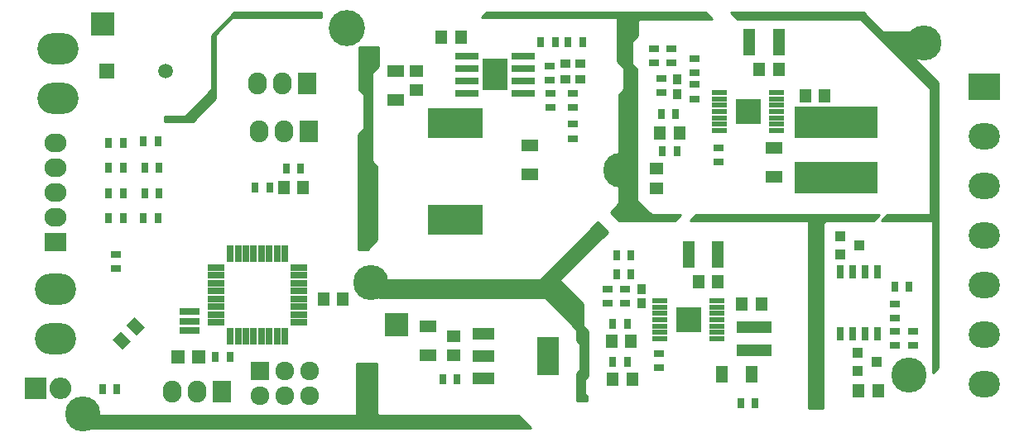
<source format=gts>
G04 #@! TF.FileFunction,Soldermask,Top*
%FSLAX46Y46*%
G04 Gerber Fmt 4.6, Leading zero omitted, Abs format (unit mm)*
G04 Created by KiCad (PCBNEW 0.201511171411+6319~30~ubuntu15.10.1-product) date Fr 04 Dez 2015 11:26:38 CET*
%MOMM*%
G01*
G04 APERTURE LIST*
%ADD10C,0.100000*%
%ADD11R,2.435200X2.435200*%
%ADD12C,3.600000*%
%ADD13C,3.700000*%
%ADD14R,2.000000X0.800000*%
%ADD15R,3.200000X2.700000*%
%ADD16O,3.200000X2.700000*%
%ADD17R,3.600000X1.200000*%
%ADD18R,8.500000X3.200000*%
%ADD19R,1.500000X1.500000*%
%ADD20C,1.500000*%
%ADD21R,1.200000X1.450000*%
%ADD22R,1.800000X1.200000*%
%ADD23R,1.450000X1.200000*%
%ADD24R,1.398880X1.398880*%
%ADD25R,1.800000X0.750000*%
%ADD26R,0.750000X1.800000*%
%ADD27O,4.200000X3.200000*%
%ADD28R,2.232000X2.232000*%
%ADD29O,2.232000X2.232000*%
%ADD30R,2.232000X1.927200*%
%ADD31O,2.232000X1.927200*%
%ADD32R,1.927200X2.232000*%
%ADD33O,1.927200X2.232000*%
%ADD34R,0.700000X1.100000*%
%ADD35R,1.100000X0.700000*%
%ADD36R,2.232000X3.857600*%
%ADD37R,2.232000X1.216000*%
%ADD38R,0.950000X1.000000*%
%ADD39R,1.000000X0.950000*%
%ADD40R,1.200000X1.800000*%
%ADD41R,5.600040X3.100680*%
%ADD42R,1.650000X0.500000*%
%ADD43R,2.510000X2.660000*%
%ADD44R,2.350000X0.708000*%
%ADD45R,2.600000X3.300000*%
%ADD46R,1.200000X2.700000*%
%ADD47R,1.927200X1.927200*%
%ADD48O,1.927200X1.927200*%
%ADD49R,1.000100X1.000100*%
%ADD50R,0.708000X1.343000*%
%ADD51C,0.254000*%
G04 APERTURE END LIST*
D10*
D11*
X131064000Y-39624000D03*
D12*
X158564000Y-66124000D03*
X129064000Y-79624000D03*
X184064000Y-54624000D03*
X215064000Y-41624000D03*
X213564000Y-75624000D03*
D13*
X156064000Y-40124000D03*
D14*
X139954000Y-69154000D03*
X139954000Y-70104000D03*
X139954000Y-71054000D03*
D15*
X221234000Y-46101000D03*
D16*
X221234000Y-51181000D03*
X221234000Y-56261000D03*
X221234000Y-61341000D03*
X221234000Y-66421000D03*
X221234000Y-71501000D03*
X221234000Y-76581000D03*
D17*
X197739000Y-73067000D03*
X197739000Y-70697000D03*
D18*
X206121000Y-55378000D03*
X206121000Y-49778000D03*
D19*
X131488000Y-44450000D03*
D20*
X137488000Y-44450000D03*
D21*
X200263000Y-44323000D03*
X198263000Y-44323000D03*
X204962000Y-46990000D03*
X202962000Y-46990000D03*
D22*
X199771000Y-55348000D03*
X199771000Y-52348000D03*
X161036000Y-44474000D03*
X161036000Y-47474000D03*
D23*
X187706000Y-54499000D03*
X187706000Y-56499000D03*
D21*
X188103000Y-50800000D03*
X190103000Y-50800000D03*
X149622000Y-56388000D03*
X151622000Y-56388000D03*
D23*
X167005000Y-73644000D03*
X167005000Y-71644000D03*
D22*
X164338000Y-73636000D03*
X164338000Y-70636000D03*
D21*
X155686000Y-67818000D03*
X153686000Y-67818000D03*
D10*
G36*
X133112281Y-73018023D02*
X132086977Y-71992719D01*
X132935505Y-71144191D01*
X133960809Y-72169495D01*
X133112281Y-73018023D01*
X133112281Y-73018023D01*
G37*
G36*
X134526495Y-71603809D02*
X133501191Y-70578505D01*
X134349719Y-69729977D01*
X135375023Y-70755281D01*
X134526495Y-71603809D01*
X134526495Y-71603809D01*
G37*
D24*
X140876020Y-73787000D03*
X138777980Y-73787000D03*
D25*
X142689000Y-64637000D03*
X142689000Y-65437000D03*
X142689000Y-66237000D03*
X142689000Y-67037000D03*
X142689000Y-67837000D03*
X142689000Y-68637000D03*
X142689000Y-69437000D03*
X142689000Y-70237000D03*
D26*
X144139000Y-71687000D03*
X144939000Y-71687000D03*
X145739000Y-71687000D03*
X146539000Y-71687000D03*
X147339000Y-71687000D03*
X148139000Y-71687000D03*
X148939000Y-71687000D03*
X149739000Y-71687000D03*
D25*
X151189000Y-70237000D03*
X151189000Y-69437000D03*
X151189000Y-68637000D03*
X151189000Y-67837000D03*
X151189000Y-67037000D03*
X151189000Y-66237000D03*
X151189000Y-65437000D03*
X151189000Y-64637000D03*
D26*
X149739000Y-63187000D03*
X148939000Y-63187000D03*
X148139000Y-63187000D03*
X147339000Y-63187000D03*
X146539000Y-63187000D03*
X145739000Y-63187000D03*
X144939000Y-63187000D03*
X144139000Y-63187000D03*
D27*
X126492000Y-47244000D03*
X126492000Y-42164000D03*
D28*
X124206000Y-76962000D03*
D29*
X126746000Y-76962000D03*
D30*
X126238000Y-61976000D03*
D31*
X126238000Y-59436000D03*
X126238000Y-56896000D03*
X126238000Y-54356000D03*
X126238000Y-51816000D03*
D11*
X161163000Y-70485000D03*
D32*
X152146000Y-50673000D03*
D33*
X149606000Y-50673000D03*
X147066000Y-50673000D03*
D32*
X152019000Y-45720000D03*
D33*
X149479000Y-45720000D03*
X146939000Y-45720000D03*
D27*
X126238000Y-71882000D03*
X126238000Y-66802000D03*
D32*
X143256000Y-77343000D03*
D33*
X140716000Y-77343000D03*
X138176000Y-77343000D03*
D34*
X132576000Y-77089000D03*
X131076000Y-77089000D03*
D35*
X191643000Y-43192000D03*
X191643000Y-44692000D03*
D34*
X189853000Y-52705000D03*
X188353000Y-52705000D03*
X189726000Y-48895000D03*
X188226000Y-48895000D03*
D35*
X188214000Y-46724000D03*
X188214000Y-45224000D03*
X194056000Y-52336000D03*
X194056000Y-53836000D03*
D34*
X133211000Y-51816000D03*
X131711000Y-51816000D03*
X136767000Y-51689000D03*
X135267000Y-51689000D03*
X148197000Y-56388000D03*
X146697000Y-56388000D03*
X133211000Y-54356000D03*
X131711000Y-54356000D03*
X136894000Y-54356000D03*
X135394000Y-54356000D03*
X151372000Y-54483000D03*
X149872000Y-54483000D03*
D35*
X132461000Y-64758000D03*
X132461000Y-63258000D03*
D34*
X133211000Y-57023000D03*
X131711000Y-57023000D03*
X136894000Y-57023000D03*
X135394000Y-57023000D03*
X133211000Y-59563000D03*
X131711000Y-59563000D03*
X136767000Y-59563000D03*
X135267000Y-59563000D03*
D35*
X191643000Y-45859000D03*
X191643000Y-47359000D03*
X187452000Y-43676000D03*
X187452000Y-42176000D03*
D34*
X142633000Y-73787000D03*
X144133000Y-73787000D03*
D36*
X176657000Y-73660000D03*
D37*
X170053000Y-73660000D03*
X170053000Y-75946000D03*
X170053000Y-71374000D03*
D38*
X189865000Y-46851000D03*
X189865000Y-45351000D03*
D23*
X163195000Y-44466000D03*
X163195000Y-46466000D03*
D21*
X167751000Y-41021000D03*
X165751000Y-41021000D03*
D22*
X174752000Y-55094000D03*
X174752000Y-52094000D03*
D39*
X178447000Y-45339000D03*
X179947000Y-45339000D03*
X178447000Y-43688000D03*
X179947000Y-43688000D03*
D21*
X194040000Y-66040000D03*
X192040000Y-66040000D03*
X198485000Y-68326000D03*
X196485000Y-68326000D03*
D40*
X197461000Y-75565000D03*
X194461000Y-75565000D03*
D38*
X186182000Y-68314000D03*
X186182000Y-66814000D03*
D21*
X183277000Y-76073000D03*
X185277000Y-76073000D03*
X183150000Y-72136000D03*
X185150000Y-72136000D03*
D41*
X167132000Y-59687460D03*
X167132000Y-49786540D03*
D35*
X189230000Y-43676000D03*
X189230000Y-42176000D03*
D34*
X165874000Y-76073000D03*
X167374000Y-76073000D03*
D35*
X176911000Y-48248000D03*
X176911000Y-46748000D03*
D34*
X175907000Y-41529000D03*
X177407000Y-41529000D03*
D35*
X176784000Y-45454000D03*
X176784000Y-43954000D03*
X179197000Y-48248000D03*
X179197000Y-46748000D03*
X179197000Y-51423000D03*
X179197000Y-49923000D03*
D34*
X178701000Y-41529000D03*
X180201000Y-41529000D03*
D35*
X184531000Y-66814000D03*
X184531000Y-68314000D03*
D34*
X184773000Y-74295000D03*
X183273000Y-74295000D03*
X184773000Y-70358000D03*
X183273000Y-70358000D03*
D35*
X182753000Y-68314000D03*
X182753000Y-66814000D03*
X187960000Y-73418000D03*
X187960000Y-74918000D03*
D34*
X196354000Y-78486000D03*
X197854000Y-78486000D03*
X183654000Y-63373000D03*
X185154000Y-63373000D03*
X183654000Y-65278000D03*
X185154000Y-65278000D03*
D42*
X194154000Y-46691000D03*
X194154000Y-47341000D03*
X194154000Y-47991000D03*
X194154000Y-48641000D03*
X194154000Y-49291000D03*
X194154000Y-49941000D03*
X194154000Y-50591000D03*
X200054000Y-50591000D03*
X200054000Y-49941000D03*
X200054000Y-49291000D03*
X200054000Y-48641000D03*
X200054000Y-47991000D03*
X200054000Y-47341000D03*
X200054000Y-46691000D03*
D43*
X197104000Y-48641000D03*
D42*
X188058000Y-68027000D03*
X188058000Y-68677000D03*
X188058000Y-69327000D03*
X188058000Y-69977000D03*
X188058000Y-70627000D03*
X188058000Y-71277000D03*
X188058000Y-71927000D03*
X193958000Y-71927000D03*
X193958000Y-71277000D03*
X193958000Y-70627000D03*
X193958000Y-69977000D03*
X193958000Y-69327000D03*
X193958000Y-68677000D03*
X193958000Y-68027000D03*
D43*
X191008000Y-69977000D03*
D44*
X174071000Y-42926000D03*
X174071000Y-44196000D03*
X174071000Y-45466000D03*
X174071000Y-46736000D03*
X168321000Y-46736000D03*
X168321000Y-45466000D03*
X168321000Y-44196000D03*
X168321000Y-42926000D03*
D45*
X171196000Y-44831000D03*
D46*
X200255000Y-41529000D03*
X197255000Y-41529000D03*
X194032000Y-63246000D03*
X191032000Y-63246000D03*
D47*
X147193000Y-75184000D03*
D48*
X147193000Y-77724000D03*
X149733000Y-75184000D03*
X149733000Y-77724000D03*
X152273000Y-75184000D03*
X152273000Y-77724000D03*
D21*
X208423000Y-77216000D03*
X210423000Y-77216000D03*
D49*
X206517240Y-61407000D03*
X206517240Y-63307000D03*
X208516220Y-62357000D03*
D34*
X212102000Y-66548000D03*
X213602000Y-66548000D03*
D35*
X213995000Y-72632000D03*
X213995000Y-71132000D03*
X212090000Y-71132000D03*
X212090000Y-72632000D03*
X212090000Y-68338000D03*
X212090000Y-69838000D03*
D50*
X206502000Y-65024000D03*
X207772000Y-65024000D03*
X209042000Y-65024000D03*
X210312000Y-65024000D03*
X210312000Y-71374000D03*
X209042000Y-71374000D03*
X207772000Y-71374000D03*
X206502000Y-71374000D03*
D49*
X208295240Y-73345000D03*
X208295240Y-75245000D03*
X210294220Y-74295000D03*
D51*
G36*
X153416000Y-38989000D02*
X144399000Y-38989000D01*
X144349590Y-38999006D01*
X144309197Y-39026197D01*
X142658197Y-40677197D01*
X142630334Y-40719211D01*
X142621000Y-40767000D01*
X142621000Y-47318394D01*
X140282394Y-49657000D01*
X137414000Y-49657000D01*
X137414000Y-49149000D01*
X139446000Y-49149000D01*
X139495410Y-49138994D01*
X139535803Y-49111803D01*
X142202803Y-46444803D01*
X142230666Y-46402789D01*
X142240000Y-46355000D01*
X142240000Y-40819606D01*
X144578606Y-38481000D01*
X153416000Y-38481000D01*
X153416000Y-38989000D01*
X153416000Y-38989000D01*
G37*
X153416000Y-38989000D02*
X144399000Y-38989000D01*
X144349590Y-38999006D01*
X144309197Y-39026197D01*
X142658197Y-40677197D01*
X142630334Y-40719211D01*
X142621000Y-40767000D01*
X142621000Y-47318394D01*
X140282394Y-49657000D01*
X137414000Y-49657000D01*
X137414000Y-49149000D01*
X139446000Y-49149000D01*
X139495410Y-49138994D01*
X139535803Y-49111803D01*
X142202803Y-46444803D01*
X142230666Y-46402789D01*
X142240000Y-46355000D01*
X142240000Y-40819606D01*
X144578606Y-38481000D01*
X153416000Y-38481000D01*
X153416000Y-38989000D01*
G36*
X159258000Y-44016394D02*
X158660197Y-44614197D01*
X158632334Y-44656211D01*
X158623000Y-44704000D01*
X158623000Y-53721000D01*
X158633006Y-53770410D01*
X158660197Y-53810803D01*
X159131000Y-54281606D01*
X159131000Y-61796394D01*
X158189394Y-62738000D01*
X157226000Y-62738000D01*
X157226000Y-50979606D01*
X157823803Y-50381803D01*
X157851666Y-50339789D01*
X157861000Y-50292000D01*
X157861000Y-46990000D01*
X157850994Y-46940590D01*
X157823803Y-46900197D01*
X157353000Y-46429394D01*
X157353000Y-42037000D01*
X159258000Y-42037000D01*
X159258000Y-44016394D01*
X159258000Y-44016394D01*
G37*
X159258000Y-44016394D02*
X158660197Y-44614197D01*
X158632334Y-44656211D01*
X158623000Y-44704000D01*
X158623000Y-53721000D01*
X158633006Y-53770410D01*
X158660197Y-53810803D01*
X159131000Y-54281606D01*
X159131000Y-61796394D01*
X158189394Y-62738000D01*
X157226000Y-62738000D01*
X157226000Y-50979606D01*
X157823803Y-50381803D01*
X157851666Y-50339789D01*
X157861000Y-50292000D01*
X157861000Y-46990000D01*
X157850994Y-46940590D01*
X157823803Y-46900197D01*
X157353000Y-46429394D01*
X157353000Y-42037000D01*
X159258000Y-42037000D01*
X159258000Y-44016394D01*
G36*
X182700394Y-60960000D02*
X177837197Y-65823197D01*
X177809334Y-65865211D01*
X177800012Y-65914754D01*
X177810700Y-65964022D01*
X177837197Y-66002803D01*
X180213000Y-68378606D01*
X180213000Y-70612000D01*
X180223006Y-70661410D01*
X180250197Y-70701803D01*
X180721000Y-71172606D01*
X180721000Y-75766394D01*
X180377197Y-76110197D01*
X180349334Y-76152211D01*
X180340000Y-76200000D01*
X180340000Y-77470000D01*
X180350006Y-77519410D01*
X180377197Y-77559803D01*
X180594000Y-77776606D01*
X180594000Y-78232000D01*
X179578000Y-78232000D01*
X179578000Y-75490606D01*
X179921803Y-75146803D01*
X179949666Y-75104789D01*
X179959000Y-75057000D01*
X179959000Y-72517000D01*
X179948994Y-72467590D01*
X179921803Y-72427197D01*
X179578000Y-72083394D01*
X179578000Y-70993000D01*
X179567994Y-70943590D01*
X179540803Y-70903197D01*
X176365803Y-67728197D01*
X176323789Y-67700334D01*
X176276000Y-67691000D01*
X159385000Y-67691000D01*
X159385000Y-67489606D01*
X160109803Y-66764803D01*
X160137666Y-66722789D01*
X160147000Y-66675000D01*
X160147000Y-65913000D01*
X175768000Y-65913000D01*
X175817410Y-65902994D01*
X175857803Y-65875803D01*
X181737000Y-59996606D01*
X182700394Y-60960000D01*
X182700394Y-60960000D01*
G37*
X182700394Y-60960000D02*
X177837197Y-65823197D01*
X177809334Y-65865211D01*
X177800012Y-65914754D01*
X177810700Y-65964022D01*
X177837197Y-66002803D01*
X180213000Y-68378606D01*
X180213000Y-70612000D01*
X180223006Y-70661410D01*
X180250197Y-70701803D01*
X180721000Y-71172606D01*
X180721000Y-75766394D01*
X180377197Y-76110197D01*
X180349334Y-76152211D01*
X180340000Y-76200000D01*
X180340000Y-77470000D01*
X180350006Y-77519410D01*
X180377197Y-77559803D01*
X180594000Y-77776606D01*
X180594000Y-78232000D01*
X179578000Y-78232000D01*
X179578000Y-75490606D01*
X179921803Y-75146803D01*
X179949666Y-75104789D01*
X179959000Y-75057000D01*
X179959000Y-72517000D01*
X179948994Y-72467590D01*
X179921803Y-72427197D01*
X179578000Y-72083394D01*
X179578000Y-70993000D01*
X179567994Y-70943590D01*
X179540803Y-70903197D01*
X176365803Y-67728197D01*
X176323789Y-67700334D01*
X176276000Y-67691000D01*
X159385000Y-67691000D01*
X159385000Y-67489606D01*
X160109803Y-66764803D01*
X160137666Y-66722789D01*
X160147000Y-66675000D01*
X160147000Y-65913000D01*
X175768000Y-65913000D01*
X175817410Y-65902994D01*
X175857803Y-65875803D01*
X181737000Y-59996606D01*
X182700394Y-60960000D01*
G36*
X193368394Y-39116000D02*
X186055000Y-39116000D01*
X186005590Y-39126006D01*
X185965197Y-39153197D01*
X185838197Y-39280197D01*
X185810334Y-39322211D01*
X185801000Y-39370000D01*
X185801000Y-40841394D01*
X185203197Y-41439197D01*
X185175334Y-41481211D01*
X185166000Y-41529000D01*
X185166000Y-43688000D01*
X185176006Y-43737410D01*
X185203197Y-43777803D01*
X185674000Y-44248606D01*
X185674000Y-57658000D01*
X185684006Y-57707410D01*
X185711197Y-57747803D01*
X187108197Y-59144803D01*
X187150211Y-59172666D01*
X187198000Y-59182000D01*
X190193394Y-59182000D01*
X189558394Y-59817000D01*
X183948606Y-59817000D01*
X183059606Y-58928000D01*
X183858803Y-58128803D01*
X183886666Y-58086789D01*
X183896000Y-58039000D01*
X183896000Y-46915606D01*
X184366803Y-46444803D01*
X184394666Y-46402789D01*
X184404000Y-46355000D01*
X184404000Y-44196000D01*
X184393994Y-44146590D01*
X184366803Y-44106197D01*
X183769000Y-43508394D01*
X183769000Y-39116000D01*
X183758994Y-39066590D01*
X183730553Y-39024965D01*
X183688159Y-38997685D01*
X183642000Y-38989000D01*
X169851606Y-38989000D01*
X170359606Y-38481000D01*
X192733394Y-38481000D01*
X193368394Y-39116000D01*
X193368394Y-39116000D01*
G37*
X193368394Y-39116000D02*
X186055000Y-39116000D01*
X186005590Y-39126006D01*
X185965197Y-39153197D01*
X185838197Y-39280197D01*
X185810334Y-39322211D01*
X185801000Y-39370000D01*
X185801000Y-40841394D01*
X185203197Y-41439197D01*
X185175334Y-41481211D01*
X185166000Y-41529000D01*
X185166000Y-43688000D01*
X185176006Y-43737410D01*
X185203197Y-43777803D01*
X185674000Y-44248606D01*
X185674000Y-57658000D01*
X185684006Y-57707410D01*
X185711197Y-57747803D01*
X187108197Y-59144803D01*
X187150211Y-59172666D01*
X187198000Y-59182000D01*
X190193394Y-59182000D01*
X189558394Y-59817000D01*
X183948606Y-59817000D01*
X183059606Y-58928000D01*
X183858803Y-58128803D01*
X183886666Y-58086789D01*
X183896000Y-58039000D01*
X183896000Y-46915606D01*
X184366803Y-46444803D01*
X184394666Y-46402789D01*
X184404000Y-46355000D01*
X184404000Y-44196000D01*
X184393994Y-44146590D01*
X184366803Y-44106197D01*
X183769000Y-43508394D01*
X183769000Y-39116000D01*
X183758994Y-39066590D01*
X183730553Y-39024965D01*
X183688159Y-38997685D01*
X183642000Y-38989000D01*
X169851606Y-38989000D01*
X170359606Y-38481000D01*
X192733394Y-38481000D01*
X193368394Y-39116000D01*
G36*
X209878394Y-59817000D02*
X205105000Y-59817000D01*
X205055590Y-59827006D01*
X205015197Y-59854197D01*
X204761197Y-60108197D01*
X204733334Y-60150211D01*
X204724000Y-60198000D01*
X204724000Y-78994000D01*
X203327000Y-78994000D01*
X203327000Y-59944000D01*
X203316994Y-59894590D01*
X203288553Y-59852965D01*
X203246159Y-59825685D01*
X203200000Y-59817000D01*
X191187606Y-59817000D01*
X191822606Y-59182000D01*
X210513394Y-59182000D01*
X209878394Y-59817000D01*
X209878394Y-59817000D01*
G37*
X209878394Y-59817000D02*
X205105000Y-59817000D01*
X205055590Y-59827006D01*
X205015197Y-59854197D01*
X204761197Y-60108197D01*
X204733334Y-60150211D01*
X204724000Y-60198000D01*
X204724000Y-78994000D01*
X203327000Y-78994000D01*
X203327000Y-59944000D01*
X203316994Y-59894590D01*
X203288553Y-59852965D01*
X203246159Y-59825685D01*
X203200000Y-59817000D01*
X191187606Y-59817000D01*
X191822606Y-59182000D01*
X210513394Y-59182000D01*
X209878394Y-59817000D01*
G36*
X210857197Y-40475803D02*
X210899211Y-40503666D01*
X210947000Y-40513000D01*
X213868000Y-40513000D01*
X213868000Y-42926000D01*
X213878006Y-42975410D01*
X213905197Y-43015803D01*
X216535000Y-45645606D01*
X216535000Y-74877394D01*
X216027000Y-75385394D01*
X216027000Y-59944000D01*
X216016994Y-59894590D01*
X215988553Y-59852965D01*
X215946159Y-59825685D01*
X215900000Y-59817000D01*
X210745606Y-59817000D01*
X211380606Y-59182000D01*
X215646000Y-59182000D01*
X215695410Y-59171994D01*
X215737035Y-59143553D01*
X215764315Y-59101159D01*
X215773000Y-59055000D01*
X215773000Y-46355000D01*
X215762994Y-46305590D01*
X215735803Y-46265197D01*
X208623803Y-39153197D01*
X208581789Y-39125334D01*
X208534000Y-39116000D01*
X196013606Y-39116000D01*
X195378606Y-38481000D01*
X208862394Y-38481000D01*
X210857197Y-40475803D01*
X210857197Y-40475803D01*
G37*
X210857197Y-40475803D02*
X210899211Y-40503666D01*
X210947000Y-40513000D01*
X213868000Y-40513000D01*
X213868000Y-42926000D01*
X213878006Y-42975410D01*
X213905197Y-43015803D01*
X216535000Y-45645606D01*
X216535000Y-74877394D01*
X216027000Y-75385394D01*
X216027000Y-59944000D01*
X216016994Y-59894590D01*
X215988553Y-59852965D01*
X215946159Y-59825685D01*
X215900000Y-59817000D01*
X210745606Y-59817000D01*
X211380606Y-59182000D01*
X215646000Y-59182000D01*
X215695410Y-59171994D01*
X215737035Y-59143553D01*
X215764315Y-59101159D01*
X215773000Y-59055000D01*
X215773000Y-46355000D01*
X215762994Y-46305590D01*
X215735803Y-46265197D01*
X208623803Y-39153197D01*
X208581789Y-39125334D01*
X208534000Y-39116000D01*
X196013606Y-39116000D01*
X195378606Y-38481000D01*
X208862394Y-38481000D01*
X210857197Y-40475803D01*
G36*
X159131000Y-79629000D02*
X159141006Y-79678410D01*
X159169447Y-79720035D01*
X159211841Y-79747315D01*
X159258000Y-79756000D01*
X173556394Y-79756000D01*
X174826394Y-81026000D01*
X128524000Y-81026000D01*
X128524000Y-77978000D01*
X129667000Y-77978000D01*
X129667000Y-79629000D01*
X129677006Y-79678410D01*
X129705447Y-79720035D01*
X129747841Y-79747315D01*
X129794000Y-79756000D01*
X156972000Y-79756000D01*
X157021410Y-79745994D01*
X157063035Y-79717553D01*
X157090315Y-79675159D01*
X157099000Y-79629000D01*
X157099000Y-74422000D01*
X159131000Y-74422000D01*
X159131000Y-79629000D01*
X159131000Y-79629000D01*
G37*
X159131000Y-79629000D02*
X159141006Y-79678410D01*
X159169447Y-79720035D01*
X159211841Y-79747315D01*
X159258000Y-79756000D01*
X173556394Y-79756000D01*
X174826394Y-81026000D01*
X128524000Y-81026000D01*
X128524000Y-77978000D01*
X129667000Y-77978000D01*
X129667000Y-79629000D01*
X129677006Y-79678410D01*
X129705447Y-79720035D01*
X129747841Y-79747315D01*
X129794000Y-79756000D01*
X156972000Y-79756000D01*
X157021410Y-79745994D01*
X157063035Y-79717553D01*
X157090315Y-79675159D01*
X157099000Y-79629000D01*
X157099000Y-74422000D01*
X159131000Y-74422000D01*
X159131000Y-79629000D01*
M02*

</source>
